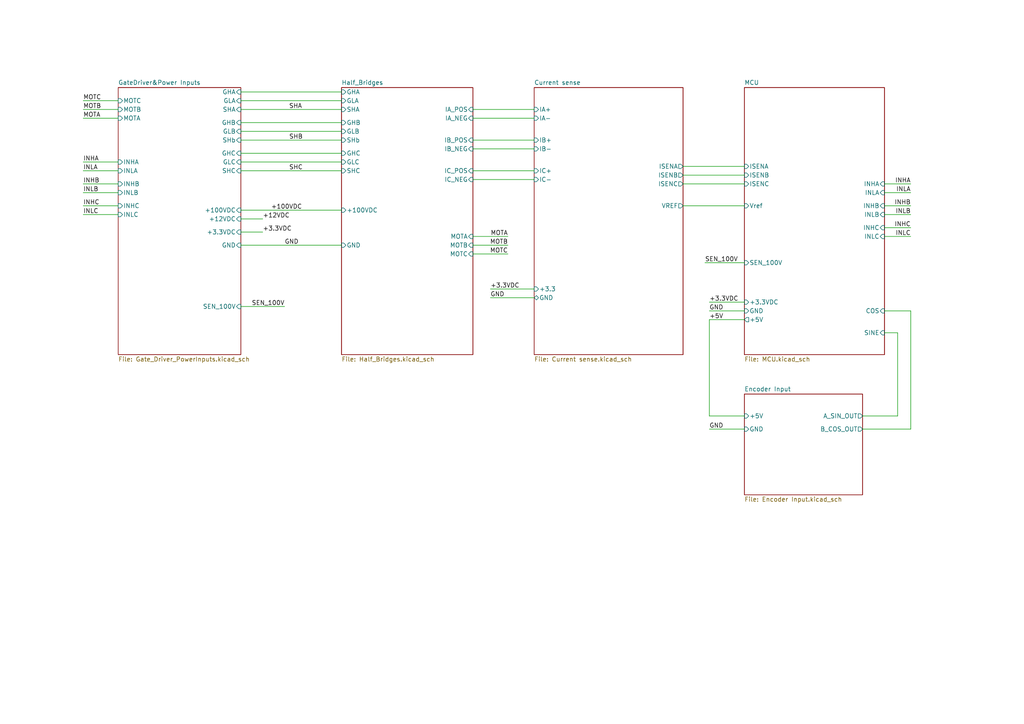
<source format=kicad_sch>
(kicad_sch
	(version 20250114)
	(generator "eeschema")
	(generator_version "9.0")
	(uuid "3e1046b6-e265-4cdd-8404-c358cfc105fe")
	(paper "A4")
	(title_block
		(date "2025-04-19")
		(rev "1")
	)
	(lib_symbols)
	(wire
		(pts
			(xy 24.13 49.53) (xy 34.29 49.53)
		)
		(stroke
			(width 0)
			(type default)
		)
		(uuid "0bb6813a-ef5a-4e9c-a838-3b4729bafff8")
	)
	(wire
		(pts
			(xy 137.16 34.29) (xy 154.94 34.29)
		)
		(stroke
			(width 0)
			(type default)
		)
		(uuid "14409c0d-1da1-442a-a239-5b29c52d79fc")
	)
	(wire
		(pts
			(xy 205.74 120.65) (xy 215.9 120.65)
		)
		(stroke
			(width 0)
			(type default)
		)
		(uuid "1d363c5d-ed17-424f-8d25-ea8ce4ccf227")
	)
	(wire
		(pts
			(xy 76.2 67.31) (xy 69.85 67.31)
		)
		(stroke
			(width 0)
			(type default)
		)
		(uuid "23c9ef9d-f132-4525-9463-744c9f87c575")
	)
	(wire
		(pts
			(xy 205.74 92.71) (xy 205.74 120.65)
		)
		(stroke
			(width 0)
			(type default)
		)
		(uuid "24d1c028-fd74-49cc-bb82-143838135e41")
	)
	(wire
		(pts
			(xy 250.19 124.46) (xy 264.16 124.46)
		)
		(stroke
			(width 0)
			(type default)
		)
		(uuid "2998d84b-34f5-46cb-824f-3fd9cd677adb")
	)
	(wire
		(pts
			(xy 24.13 29.21) (xy 34.29 29.21)
		)
		(stroke
			(width 0)
			(type default)
		)
		(uuid "2cda8b61-ef0b-476b-91e9-06e740713639")
	)
	(wire
		(pts
			(xy 76.2 63.5) (xy 69.85 63.5)
		)
		(stroke
			(width 0)
			(type default)
		)
		(uuid "32e01962-6210-453a-b19b-9a2b467383e9")
	)
	(wire
		(pts
			(xy 69.85 60.96) (xy 99.06 60.96)
		)
		(stroke
			(width 0)
			(type default)
		)
		(uuid "37addac4-1c84-4706-86ee-dd08e8b87141")
	)
	(wire
		(pts
			(xy 69.85 40.64) (xy 99.06 40.64)
		)
		(stroke
			(width 0)
			(type default)
		)
		(uuid "38ef40ff-0e52-4e4d-be1d-e38ef90952f4")
	)
	(wire
		(pts
			(xy 69.85 46.99) (xy 99.06 46.99)
		)
		(stroke
			(width 0)
			(type default)
		)
		(uuid "3c8387a1-85bb-48d6-8fa9-b19178980d7e")
	)
	(wire
		(pts
			(xy 24.13 53.34) (xy 34.29 53.34)
		)
		(stroke
			(width 0)
			(type default)
		)
		(uuid "3d5011dd-3b57-4e3a-931f-54d68d8365db")
	)
	(wire
		(pts
			(xy 215.9 92.71) (xy 205.74 92.71)
		)
		(stroke
			(width 0)
			(type default)
		)
		(uuid "3f225442-b2f8-4573-99d5-eae736e83bcd")
	)
	(wire
		(pts
			(xy 264.16 55.88) (xy 256.54 55.88)
		)
		(stroke
			(width 0)
			(type default)
		)
		(uuid "46c158cd-3bb0-48c7-a03e-05dce5b363e1")
	)
	(wire
		(pts
			(xy 205.74 124.46) (xy 215.9 124.46)
		)
		(stroke
			(width 0)
			(type default)
		)
		(uuid "47bcb596-e0ca-4192-9e86-64c4eec47222")
	)
	(wire
		(pts
			(xy 260.35 96.52) (xy 256.54 96.52)
		)
		(stroke
			(width 0)
			(type default)
		)
		(uuid "517056b9-f73b-48ad-ac48-48f84271f8aa")
	)
	(wire
		(pts
			(xy 137.16 52.07) (xy 154.94 52.07)
		)
		(stroke
			(width 0)
			(type default)
		)
		(uuid "55de407e-442c-47d9-befd-04ff83523eaf")
	)
	(wire
		(pts
			(xy 69.85 35.56) (xy 99.06 35.56)
		)
		(stroke
			(width 0)
			(type default)
		)
		(uuid "57f95698-0288-45b4-8f49-955f037d3073")
	)
	(wire
		(pts
			(xy 264.16 62.23) (xy 256.54 62.23)
		)
		(stroke
			(width 0)
			(type default)
		)
		(uuid "614c3ddf-02cd-456c-9c1c-d9b4a0a4d04f")
	)
	(wire
		(pts
			(xy 82.55 88.9) (xy 69.85 88.9)
		)
		(stroke
			(width 0)
			(type default)
		)
		(uuid "68397ead-5711-4253-b675-09b03ea9e730")
	)
	(wire
		(pts
			(xy 24.13 34.29) (xy 34.29 34.29)
		)
		(stroke
			(width 0)
			(type default)
		)
		(uuid "69df7254-88d4-490a-97fe-11731c3598ff")
	)
	(wire
		(pts
			(xy 24.13 62.23) (xy 34.29 62.23)
		)
		(stroke
			(width 0)
			(type default)
		)
		(uuid "6cdeb102-fae7-43a1-a724-1aaa59b80886")
	)
	(wire
		(pts
			(xy 69.85 26.67) (xy 99.06 26.67)
		)
		(stroke
			(width 0)
			(type default)
		)
		(uuid "6d255231-acc5-48ea-9968-56142c83a7c0")
	)
	(wire
		(pts
			(xy 69.85 31.75) (xy 99.06 31.75)
		)
		(stroke
			(width 0)
			(type default)
		)
		(uuid "6fadf8bb-5eef-42bd-8858-a5be91c01a6f")
	)
	(wire
		(pts
			(xy 256.54 90.17) (xy 264.16 90.17)
		)
		(stroke
			(width 0)
			(type default)
		)
		(uuid "72114586-5204-4c43-b5ed-fa9b1d1f027e")
	)
	(wire
		(pts
			(xy 137.16 49.53) (xy 154.94 49.53)
		)
		(stroke
			(width 0)
			(type default)
		)
		(uuid "78143685-0963-4f9d-b778-acb22a5ac42b")
	)
	(wire
		(pts
			(xy 69.85 49.53) (xy 99.06 49.53)
		)
		(stroke
			(width 0)
			(type default)
		)
		(uuid "785151b9-8a64-409f-b407-a57e61712271")
	)
	(wire
		(pts
			(xy 24.13 31.75) (xy 34.29 31.75)
		)
		(stroke
			(width 0)
			(type default)
		)
		(uuid "78850930-6c65-4420-8f07-59cddb32e1a2")
	)
	(wire
		(pts
			(xy 264.16 59.69) (xy 256.54 59.69)
		)
		(stroke
			(width 0)
			(type default)
		)
		(uuid "79e56349-ba87-47f2-ae5e-2a045e251c11")
	)
	(wire
		(pts
			(xy 137.16 40.64) (xy 154.94 40.64)
		)
		(stroke
			(width 0)
			(type default)
		)
		(uuid "7d7ae595-6ec5-4a0a-9ae5-e9adc179d3a0")
	)
	(wire
		(pts
			(xy 205.74 87.63) (xy 215.9 87.63)
		)
		(stroke
			(width 0)
			(type default)
		)
		(uuid "87715005-ff20-474b-81cf-9cfed17db1e1")
	)
	(wire
		(pts
			(xy 260.35 120.65) (xy 260.35 96.52)
		)
		(stroke
			(width 0)
			(type default)
		)
		(uuid "8788dacb-be67-4ff9-b993-9bc873f64c41")
	)
	(wire
		(pts
			(xy 198.12 53.34) (xy 215.9 53.34)
		)
		(stroke
			(width 0)
			(type default)
		)
		(uuid "87e2ea45-684f-401c-900f-cb525cff54ac")
	)
	(wire
		(pts
			(xy 198.12 59.69) (xy 215.9 59.69)
		)
		(stroke
			(width 0)
			(type default)
		)
		(uuid "951fb531-e14e-4fdf-9f97-3365bc76e843")
	)
	(wire
		(pts
			(xy 264.16 68.58) (xy 256.54 68.58)
		)
		(stroke
			(width 0)
			(type default)
		)
		(uuid "9522f6f4-c6d9-4748-ad92-8b3ff6d4c645")
	)
	(wire
		(pts
			(xy 198.12 50.8) (xy 215.9 50.8)
		)
		(stroke
			(width 0)
			(type default)
		)
		(uuid "975b0518-8ec9-468b-87f5-1ca67bca068e")
	)
	(wire
		(pts
			(xy 69.85 44.45) (xy 99.06 44.45)
		)
		(stroke
			(width 0)
			(type default)
		)
		(uuid "9ef0bc8e-e28e-4f60-bfe7-6ff788b5cbd4")
	)
	(wire
		(pts
			(xy 142.24 83.82) (xy 154.94 83.82)
		)
		(stroke
			(width 0)
			(type default)
		)
		(uuid "a3a1501d-7944-49c5-843c-f8a648d5d4d9")
	)
	(wire
		(pts
			(xy 24.13 46.99) (xy 34.29 46.99)
		)
		(stroke
			(width 0)
			(type default)
		)
		(uuid "a6ccab23-d161-405d-bb98-d3fffee89c6a")
	)
	(wire
		(pts
			(xy 137.16 43.18) (xy 154.94 43.18)
		)
		(stroke
			(width 0)
			(type default)
		)
		(uuid "ae2a31a2-9012-4927-b1af-316b72be4205")
	)
	(wire
		(pts
			(xy 264.16 90.17) (xy 264.16 124.46)
		)
		(stroke
			(width 0)
			(type default)
		)
		(uuid "ae88a0dc-0684-407f-bd44-867b5b4726e2")
	)
	(wire
		(pts
			(xy 250.19 120.65) (xy 260.35 120.65)
		)
		(stroke
			(width 0)
			(type default)
		)
		(uuid "b422a59a-b45d-4327-acda-3d90461f34fb")
	)
	(wire
		(pts
			(xy 69.85 29.21) (xy 99.06 29.21)
		)
		(stroke
			(width 0)
			(type default)
		)
		(uuid "bcc8cd99-7086-4d2d-a54a-f3ddce97c20d")
	)
	(wire
		(pts
			(xy 147.32 73.66) (xy 137.16 73.66)
		)
		(stroke
			(width 0)
			(type default)
		)
		(uuid "c036e8f8-9d4c-4d0d-87bd-bda99d5b5701")
	)
	(wire
		(pts
			(xy 69.85 71.12) (xy 99.06 71.12)
		)
		(stroke
			(width 0)
			(type default)
		)
		(uuid "c9829a5d-1aa2-4d61-93f7-1af7c5e7979c")
	)
	(wire
		(pts
			(xy 142.24 86.36) (xy 154.94 86.36)
		)
		(stroke
			(width 0)
			(type default)
		)
		(uuid "cd8368a3-4444-4e1e-a2f0-55467a099e25")
	)
	(wire
		(pts
			(xy 147.32 71.12) (xy 137.16 71.12)
		)
		(stroke
			(width 0)
			(type default)
		)
		(uuid "cfcb7a2f-957a-4be4-82b6-279b63d81fc2")
	)
	(wire
		(pts
			(xy 147.32 68.58) (xy 137.16 68.58)
		)
		(stroke
			(width 0)
			(type default)
		)
		(uuid "d46114a8-2f44-414e-888d-f70b8500e5f3")
	)
	(wire
		(pts
			(xy 204.47 76.2) (xy 215.9 76.2)
		)
		(stroke
			(width 0)
			(type default)
		)
		(uuid "d6a5b146-0d39-425e-966a-4f440f148870")
	)
	(wire
		(pts
			(xy 198.12 48.26) (xy 215.9 48.26)
		)
		(stroke
			(width 0)
			(type default)
		)
		(uuid "d727cde4-2463-48d0-8173-1c1ae53e6822")
	)
	(wire
		(pts
			(xy 137.16 31.75) (xy 154.94 31.75)
		)
		(stroke
			(width 0)
			(type default)
		)
		(uuid "d7b8c6f8-bff6-4824-b628-0b514e8df6ff")
	)
	(wire
		(pts
			(xy 24.13 55.88) (xy 34.29 55.88)
		)
		(stroke
			(width 0)
			(type default)
		)
		(uuid "e4ac54ca-2a48-4ea5-874b-a5f81615603e")
	)
	(wire
		(pts
			(xy 69.85 38.1) (xy 99.06 38.1)
		)
		(stroke
			(width 0)
			(type default)
		)
		(uuid "f0dcaed2-b9b8-4c10-b182-17db3d11ea80")
	)
	(wire
		(pts
			(xy 264.16 66.04) (xy 256.54 66.04)
		)
		(stroke
			(width 0)
			(type default)
		)
		(uuid "f341b796-f03f-4255-b22b-45d55e5ebadf")
	)
	(wire
		(pts
			(xy 24.13 59.69) (xy 34.29 59.69)
		)
		(stroke
			(width 0)
			(type default)
		)
		(uuid "f790812f-9b38-47a9-80df-43163d8a14de")
	)
	(wire
		(pts
			(xy 205.74 90.17) (xy 215.9 90.17)
		)
		(stroke
			(width 0)
			(type default)
		)
		(uuid "f9f4e13a-e7e7-4a08-a885-9576f6499038")
	)
	(wire
		(pts
			(xy 264.16 53.34) (xy 256.54 53.34)
		)
		(stroke
			(width 0)
			(type default)
		)
		(uuid "fa0b6977-2902-4212-bc7b-b01c0e4c20fd")
	)
	(label "GND"
		(at 205.74 90.17 0)
		(effects
			(font
				(size 1.27 1.27)
			)
			(justify left bottom)
		)
		(uuid "007c6620-3cc8-4364-9dda-1fb8253d54b8")
	)
	(label "MOTA"
		(at 147.32 68.58 180)
		(effects
			(font
				(size 1.27 1.27)
			)
			(justify right bottom)
		)
		(uuid "06f95d71-4d51-480c-86e4-6f1e17ae65a8")
	)
	(label "INHB"
		(at 24.13 53.34 0)
		(effects
			(font
				(size 1.27 1.27)
			)
			(justify left bottom)
		)
		(uuid "07b56982-c0fc-4b48-b791-bd819cfbbfb2")
	)
	(label "MOTB"
		(at 147.32 71.12 180)
		(effects
			(font
				(size 1.27 1.27)
			)
			(justify right bottom)
		)
		(uuid "1b3574fe-8f44-4696-a71d-e6b55d7cd4b5")
	)
	(label "INLA"
		(at 24.13 49.53 0)
		(effects
			(font
				(size 1.27 1.27)
			)
			(justify left bottom)
		)
		(uuid "26898649-e1db-4896-ae45-655572342a8f")
	)
	(label "INLA"
		(at 264.16 55.88 180)
		(effects
			(font
				(size 1.27 1.27)
			)
			(justify right bottom)
		)
		(uuid "34955b5c-dada-438c-acd6-fa1080024ace")
	)
	(label "MOTB"
		(at 24.13 31.75 0)
		(effects
			(font
				(size 1.27 1.27)
			)
			(justify left bottom)
		)
		(uuid "3783ec5b-4f14-4a91-9f1f-4fdac0794ca4")
	)
	(label "+100VDC"
		(at 87.63 60.96 180)
		(effects
			(font
				(size 1.27 1.27)
			)
			(justify right bottom)
		)
		(uuid "437ef943-8b9a-452e-a0cc-b22d9f7d0607")
	)
	(label "SEN_100V"
		(at 204.47 76.2 0)
		(effects
			(font
				(size 1.27 1.27)
			)
			(justify left bottom)
		)
		(uuid "46d3f797-23d5-4b51-bde4-9e398c9e75b0")
	)
	(label "SHC"
		(at 83.82 49.53 0)
		(effects
			(font
				(size 1.27 1.27)
			)
			(justify left bottom)
		)
		(uuid "4888a0e1-1461-4050-a2df-7882351ffd33")
	)
	(label "GND"
		(at 142.24 86.36 0)
		(effects
			(font
				(size 1.27 1.27)
			)
			(justify left bottom)
		)
		(uuid "51b8c7fa-7f6a-4c3d-9778-1045c54e6c89")
	)
	(label "+3.3VDC"
		(at 142.24 83.82 0)
		(effects
			(font
				(size 1.27 1.27)
			)
			(justify left bottom)
		)
		(uuid "51c3419a-c811-459e-a3e2-065f130d6543")
	)
	(label "+5V"
		(at 205.74 92.71 0)
		(effects
			(font
				(size 1.27 1.27)
			)
			(justify left bottom)
		)
		(uuid "5c46af79-193d-4742-a3cc-5d4fdf070d4f")
	)
	(label "SHB"
		(at 83.82 40.64 0)
		(effects
			(font
				(size 1.27 1.27)
			)
			(justify left bottom)
		)
		(uuid "5d9edee7-cfdb-46fb-ae07-1e1ab418cbb3")
	)
	(label "MOTA"
		(at 24.13 34.29 0)
		(effects
			(font
				(size 1.27 1.27)
			)
			(justify left bottom)
		)
		(uuid "65043e3e-c1c2-4ea3-940f-aca8723baf22")
	)
	(label "SHA"
		(at 87.63 31.75 180)
		(effects
			(font
				(size 1.27 1.27)
			)
			(justify right bottom)
		)
		(uuid "69588273-ef52-4ee6-ad30-1608b8f774cd")
	)
	(label "+3.3VDC"
		(at 205.74 87.63 0)
		(effects
			(font
				(size 1.27 1.27)
			)
			(justify left bottom)
		)
		(uuid "6dae1ac5-696d-483e-a740-72f55bc173cb")
	)
	(label "INHA"
		(at 24.13 46.99 0)
		(effects
			(font
				(size 1.27 1.27)
			)
			(justify left bottom)
		)
		(uuid "73d75eb8-5b8a-484a-8ff4-4bfa0c89536e")
	)
	(label "GND"
		(at 82.55 71.12 0)
		(effects
			(font
				(size 1.27 1.27)
			)
			(justify left bottom)
		)
		(uuid "75b95d07-a291-469d-a693-4d30de4da4d5")
	)
	(label "+3.3VDC"
		(at 76.2 67.31 0)
		(effects
			(font
				(size 1.27 1.27)
			)
			(justify left bottom)
		)
		(uuid "7a51b4a2-03f8-447b-b059-e02af718bcea")
	)
	(label "+12VDC"
		(at 76.2 63.5 0)
		(effects
			(font
				(size 1.27 1.27)
			)
			(justify left bottom)
		)
		(uuid "88933d16-af2b-41b0-86e3-7ac982cc6804")
	)
	(label "MOTC"
		(at 24.13 29.21 0)
		(effects
			(font
				(size 1.27 1.27)
			)
			(justify left bottom)
		)
		(uuid "8b1dcc58-d41a-45d0-a869-893f876c40ec")
	)
	(label "MOTC"
		(at 147.32 73.66 180)
		(effects
			(font
				(size 1.27 1.27)
			)
			(justify right bottom)
		)
		(uuid "8fda1b27-c211-4e79-98ee-2f07239615dd")
	)
	(label "GND"
		(at 205.74 124.46 0)
		(effects
			(font
				(size 1.27 1.27)
			)
			(justify left bottom)
		)
		(uuid "985a7f9e-bd1a-4c21-a8ee-be719ea4bb71")
	)
	(label "INLC"
		(at 264.16 68.58 180)
		(effects
			(font
				(size 1.27 1.27)
			)
			(justify right bottom)
		)
		(uuid "9869ff46-4a6f-4a22-85bc-057344d97cc9")
	)
	(label "SEN_100V"
		(at 82.55 88.9 180)
		(effects
			(font
				(size 1.27 1.27)
			)
			(justify right bottom)
		)
		(uuid "9be92621-2fda-4594-acb8-790a1f490816")
	)
	(label "INHC"
		(at 24.13 59.69 0)
		(effects
			(font
				(size 1.27 1.27)
			)
			(justify left bottom)
		)
		(uuid "af8ccd77-4cb7-4263-8e90-dcf357f7ba51")
	)
	(label "INHC"
		(at 264.16 66.04 180)
		(effects
			(font
				(size 1.27 1.27)
			)
			(justify right bottom)
		)
		(uuid "d5212538-0014-4ddd-9ea5-0d2f92f83732")
	)
	(label "INLC"
		(at 24.13 62.23 0)
		(effects
			(font
				(size 1.27 1.27)
			)
			(justify left bottom)
		)
		(uuid "dcd82ff9-ba02-4017-bcf9-5391849a46fa")
	)
	(label "INHA"
		(at 264.16 53.34 180)
		(effects
			(font
				(size 1.27 1.27)
			)
			(justify right bottom)
		)
		(uuid "df82fe0e-1bb7-4685-acf6-18874e158a9e")
	)
	(label "INHB"
		(at 264.16 59.69 180)
		(effects
			(font
				(size 1.27 1.27)
			)
			(justify right bottom)
		)
		(uuid "f340a225-6f5e-44ad-8c57-c1c092dc501c")
	)
	(label "INLB"
		(at 264.16 62.23 180)
		(effects
			(font
				(size 1.27 1.27)
			)
			(justify right bottom)
		)
		(uuid "f761ba14-0adf-4bdd-ba58-6f772cca7698")
	)
	(label "INLB"
		(at 24.13 55.88 0)
		(effects
			(font
				(size 1.27 1.27)
			)
			(justify left bottom)
		)
		(uuid "fa67cf8f-90c9-4dbb-b9b9-e9b913206f96")
	)
	(sheet
		(at 34.29 25.4)
		(size 35.56 77.47)
		(exclude_from_sim no)
		(in_bom yes)
		(on_board yes)
		(dnp no)
		(fields_autoplaced yes)
		(stroke
			(width 0.1524)
			(type solid)
		)
		(fill
			(color 0 0 0 0.0000)
		)
		(uuid "03e2b942-8425-43a4-a33a-3293cc4215cb")
		(property "Sheetname" "GateDriver&Power Inputs"
			(at 34.29 24.6884 0)
			(effects
				(font
					(size 1.27 1.27)
				)
				(justify left bottom)
			)
		)
		(property "Sheetfile" "Gate_Driver_PowerInputs.kicad_sch"
			(at 34.29 103.4546 0)
			(effects
				(font
					(size 1.27 1.27)
				)
				(justify left top)
			)
		)
		(pin "MOTC" input
			(at 34.29 29.21 180)
			(uuid "36d9e6db-f770-4763-9098-3a1c7139de1f")
			(effects
				(font
					(size 1.27 1.27)
				)
				(justify left)
			)
		)
		(pin "MOTB" input
			(at 34.29 31.75 180)
			(uuid "b4a39533-c5fb-431c-9f5b-8d8ae0692254")
			(effects
				(font
					(size 1.27 1.27)
				)
				(justify left)
			)
		)
		(pin "+100VDC" input
			(at 69.85 60.96 0)
			(uuid "613f963f-17d7-4897-81b7-0c32f47af66e")
			(effects
				(font
					(size 1.27 1.27)
				)
				(justify right)
			)
		)
		(pin "MOTA" input
			(at 34.29 34.29 180)
			(uuid "d9740e95-4b2a-4c19-931c-16f85843ad95")
			(effects
				(font
					(size 1.27 1.27)
				)
				(justify left)
			)
		)
		(pin "GLA" input
			(at 69.85 29.21 0)
			(uuid "c7333463-a745-49dc-a018-4a6574953e79")
			(effects
				(font
					(size 1.27 1.27)
				)
				(justify right)
			)
		)
		(pin "SHA" input
			(at 69.85 31.75 0)
			(uuid "c48e311c-9875-4ed6-a859-4e560d02a3a3")
			(effects
				(font
					(size 1.27 1.27)
				)
				(justify right)
			)
		)
		(pin "GHA" input
			(at 69.85 26.67 0)
			(uuid "2fd337ec-f4ea-4f9c-8534-a8654454a7f8")
			(effects
				(font
					(size 1.27 1.27)
				)
				(justify right)
			)
		)
		(pin "SHb" input
			(at 69.85 40.64 0)
			(uuid "4959addb-5b71-4292-a426-5296e70f9b03")
			(effects
				(font
					(size 1.27 1.27)
				)
				(justify right)
			)
		)
		(pin "SHC" input
			(at 69.85 49.53 0)
			(uuid "b2082b14-2dca-419e-9d55-4d532aed2cae")
			(effects
				(font
					(size 1.27 1.27)
				)
				(justify right)
			)
		)
		(pin "GHC" input
			(at 69.85 44.45 0)
			(uuid "96d5900b-e28d-4922-a763-e85843f802d4")
			(effects
				(font
					(size 1.27 1.27)
				)
				(justify right)
			)
		)
		(pin "GHB" input
			(at 69.85 35.56 0)
			(uuid "51b82590-ae31-480c-9584-8111a15d189d")
			(effects
				(font
					(size 1.27 1.27)
				)
				(justify right)
			)
		)
		(pin "GLB" input
			(at 69.85 38.1 0)
			(uuid "17ffa565-c4e0-4206-969d-51a3533f68e1")
			(effects
				(font
					(size 1.27 1.27)
				)
				(justify right)
			)
		)
		(pin "GLC" input
			(at 69.85 46.99 0)
			(uuid "0049d129-345c-437b-b4b6-91dd5c14cf97")
			(effects
				(font
					(size 1.27 1.27)
				)
				(justify right)
			)
		)
		(pin "GND" input
			(at 69.85 71.12 0)
			(uuid "6522412d-c973-4f71-ba24-31ff5a0b1fe9")
			(effects
				(font
					(size 1.27 1.27)
				)
				(justify right)
			)
		)
		(pin "INLC" input
			(at 34.29 62.23 180)
			(uuid "1dd64938-f439-49c3-b42b-ff1510c46c80")
			(effects
				(font
					(size 1.27 1.27)
				)
				(justify left)
			)
		)
		(pin "INLB" input
			(at 34.29 55.88 180)
			(uuid "078e69a6-1a48-4104-a5d7-542aff8264f2")
			(effects
				(font
					(size 1.27 1.27)
				)
				(justify left)
			)
		)
		(pin "INLA" input
			(at 34.29 49.53 180)
			(uuid "5a5bcc94-7b5e-439a-bc55-41fb88606562")
			(effects
				(font
					(size 1.27 1.27)
				)
				(justify left)
			)
		)
		(pin "INHC" input
			(at 34.29 59.69 180)
			(uuid "841a3c04-14f8-481c-be0f-0a863bef1aec")
			(effects
				(font
					(size 1.27 1.27)
				)
				(justify left)
			)
		)
		(pin "+12VDC" input
			(at 69.85 63.5 0)
			(uuid "e1f5c182-885f-4d20-9b7a-49e48db23270")
			(effects
				(font
					(size 1.27 1.27)
				)
				(justify right)
			)
		)
		(pin "+3.3VDC" input
			(at 69.85 67.31 0)
			(uuid "f55fbe5c-e7b0-4a65-b13b-be33c329961a")
			(effects
				(font
					(size 1.27 1.27)
				)
				(justify right)
			)
		)
		(pin "SEN_100V" input
			(at 69.85 88.9 0)
			(uuid "3ad2a47a-55b0-49be-b6b0-5783395fe753")
			(effects
				(font
					(size 1.27 1.27)
				)
				(justify right)
			)
		)
		(pin "INHA" input
			(at 34.29 46.99 180)
			(uuid "eb4e04a2-f021-44e4-a8c7-2089370deebd")
			(effects
				(font
					(size 1.27 1.27)
				)
				(justify left)
			)
		)
		(pin "INHB" input
			(at 34.29 53.34 180)
			(uuid "4629bd5d-70cc-4d0c-b698-d74c7bf7aab3")
			(effects
				(font
					(size 1.27 1.27)
				)
				(justify left)
			)
		)
		(instances
			(project "Custom Inverter PCB"
				(path "/3e1046b6-e265-4cdd-8404-c358cfc105fe"
					(page "2")
				)
			)
		)
	)
	(sheet
		(at 215.9 25.4)
		(size 40.64 77.47)
		(exclude_from_sim no)
		(in_bom yes)
		(on_board yes)
		(dnp no)
		(fields_autoplaced yes)
		(stroke
			(width 0.1524)
			(type solid)
		)
		(fill
			(color 0 0 0 0.0000)
		)
		(uuid "0b285de8-9ee2-45ab-8a02-21d3047a383b")
		(property "Sheetname" "MCU"
			(at 215.9 24.6884 0)
			(effects
				(font
					(size 1.27 1.27)
				)
				(justify left bottom)
			)
		)
		(property "Sheetfile" "MCU.kicad_sch"
			(at 215.9 103.4546 0)
			(effects
				(font
					(size 1.27 1.27)
				)
				(justify left top)
			)
		)
		(pin "INLB" input
			(at 256.54 62.23 0)
			(uuid "623ad624-315c-4e4a-b6e5-bc1716c0a3cb")
			(effects
				(font
					(size 1.27 1.27)
				)
				(justify right)
			)
		)
		(pin "INLC" input
			(at 256.54 68.58 0)
			(uuid "79e5c956-5f1c-4af5-a935-b20b86930e72")
			(effects
				(font
					(size 1.27 1.27)
				)
				(justify right)
			)
		)
		(pin "ISENC" input
			(at 215.9 53.34 180)
			(uuid "e11552ee-9d80-4c24-97e6-21b27cee1127")
			(effects
				(font
					(size 1.27 1.27)
				)
				(justify left)
			)
		)
		(pin "ISENB" input
			(at 215.9 50.8 180)
			(uuid "2472a1eb-b6be-4337-9abf-2c6bca803732")
			(effects
				(font
					(size 1.27 1.27)
				)
				(justify left)
			)
		)
		(pin "ISENA" input
			(at 215.9 48.26 180)
			(uuid "e42b6ab1-88f0-47f6-8937-2b70a6509252")
			(effects
				(font
					(size 1.27 1.27)
				)
				(justify left)
			)
		)
		(pin "SEN_100V" input
			(at 215.9 76.2 180)
			(uuid "7535a667-4e87-48a8-bdbe-85a689855a21")
			(effects
				(font
					(size 1.27 1.27)
				)
				(justify left)
			)
		)
		(pin "+3.3VDC" input
			(at 215.9 87.63 180)
			(uuid "aa613454-438b-46f0-a428-fbf5c7391a70")
			(effects
				(font
					(size 1.27 1.27)
				)
				(justify left)
			)
		)
		(pin "GND" input
			(at 215.9 90.17 180)
			(uuid "38a83c41-a66a-423b-ab78-876f6273a6c2")
			(effects
				(font
					(size 1.27 1.27)
				)
				(justify left)
			)
		)
		(pin "INHA" input
			(at 256.54 53.34 0)
			(uuid "260b650d-6f3c-4684-8014-13e778d89575")
			(effects
				(font
					(size 1.27 1.27)
				)
				(justify right)
			)
		)
		(pin "INHB" input
			(at 256.54 59.69 0)
			(uuid "e0fa59a5-eeeb-4432-81ac-0de314cd222e")
			(effects
				(font
					(size 1.27 1.27)
				)
				(justify right)
			)
		)
		(pin "INHC" input
			(at 256.54 66.04 0)
			(uuid "16f86507-7dc1-49f0-a9ef-2c56197e1d9b")
			(effects
				(font
					(size 1.27 1.27)
				)
				(justify right)
			)
		)
		(pin "INLA" input
			(at 256.54 55.88 0)
			(uuid "5ccee9a9-922e-4d4c-963f-156dca2ddd4d")
			(effects
				(font
					(size 1.27 1.27)
				)
				(justify right)
			)
		)
		(pin "Vref" input
			(at 215.9 59.69 180)
			(uuid "1ca9f20c-96ff-4fbb-b2f4-b76a87f80edd")
			(effects
				(font
					(size 1.27 1.27)
				)
				(justify left)
			)
		)
		(pin "+5V" output
			(at 215.9 92.71 180)
			(uuid "dc55b8ea-7825-4507-8a94-933407af6837")
			(effects
				(font
					(size 1.27 1.27)
				)
				(justify left)
			)
		)
		(pin "COS" input
			(at 256.54 90.17 0)
			(uuid "b80e40d2-2664-4081-b65f-754c86fca74f")
			(effects
				(font
					(size 1.27 1.27)
				)
				(justify right)
			)
		)
		(pin "SINE" input
			(at 256.54 96.52 0)
			(uuid "374fc3e4-53cf-422e-91aa-53b27f591a62")
			(effects
				(font
					(size 1.27 1.27)
				)
				(justify right)
			)
		)
		(instances
			(project "Custom Inverter PCB"
				(path "/3e1046b6-e265-4cdd-8404-c358cfc105fe"
					(page "3")
				)
			)
		)
	)
	(sheet
		(at 215.9 114.3)
		(size 34.29 29.21)
		(exclude_from_sim no)
		(in_bom yes)
		(on_board yes)
		(dnp no)
		(fields_autoplaced yes)
		(stroke
			(width 0.1524)
			(type solid)
		)
		(fill
			(color 0 0 0 0.0000)
		)
		(uuid "b97c4033-3e4d-4eed-9d6e-e3e54b51d869")
		(property "Sheetname" "Encoder Input"
			(at 215.9 113.5884 0)
			(effects
				(font
					(size 1.27 1.27)
				)
				(justify left bottom)
			)
		)
		(property "Sheetfile" "Encoder Input.kicad_sch"
			(at 215.9 144.0946 0)
			(effects
				(font
					(size 1.27 1.27)
				)
				(justify left top)
			)
		)
		(pin "+5V" input
			(at 215.9 120.65 180)
			(uuid "f8e7300e-0de7-4ed5-8a6e-6c5b4020ac30")
			(effects
				(font
					(size 1.27 1.27)
				)
				(justify left)
			)
		)
		(pin "A_SIN_OUT" output
			(at 250.19 120.65 0)
			(uuid "4c54cc81-0e01-4ebe-8ff5-e02781f8f59d")
			(effects
				(font
					(size 1.27 1.27)
				)
				(justify right)
			)
		)
		(pin "B_COS_OUT" output
			(at 250.19 124.46 0)
			(uuid "da5f57c1-74c7-423c-8322-0eadf2084620")
			(effects
				(font
					(size 1.27 1.27)
				)
				(justify right)
			)
		)
		(pin "GND" input
			(at 215.9 124.46 180)
			(uuid "e53c84ba-b28e-4445-86f1-d30a6b714ad2")
			(effects
				(font
					(size 1.27 1.27)
				)
				(justify left)
			)
		)
		(instances
			(project "Custom Inverter PCB"
				(path "/3e1046b6-e265-4cdd-8404-c358cfc105fe"
					(page "6")
				)
			)
		)
	)
	(sheet
		(at 99.06 25.4)
		(size 38.1 77.47)
		(exclude_from_sim no)
		(in_bom yes)
		(on_board yes)
		(dnp no)
		(fields_autoplaced yes)
		(stroke
			(width 0.1524)
			(type solid)
		)
		(fill
			(color 0 0 0 0.0000)
		)
		(uuid "dd00afae-8344-4250-8f9c-c68c6680e783")
		(property "Sheetname" "Half_Bridges"
			(at 99.06 24.6884 0)
			(effects
				(font
					(size 1.27 1.27)
				)
				(justify left bottom)
			)
		)
		(property "Sheetfile" "Half_Bridges.kicad_sch"
			(at 99.06 103.4546 0)
			(effects
				(font
					(size 1.27 1.27)
				)
				(justify left top)
			)
		)
		(pin "MOTB" input
			(at 137.16 71.12 0)
			(uuid "f0e4d035-2b53-4605-b59f-9c52f7ab0b87")
			(effects
				(font
					(size 1.27 1.27)
				)
				(justify right)
			)
		)
		(pin "GND" input
			(at 99.06 71.12 180)
			(uuid "a1e028cf-b981-4828-a4dc-4b68d0649eaf")
			(effects
				(font
					(size 1.27 1.27)
				)
				(justify left)
			)
		)
		(pin "MOTA" input
			(at 137.16 68.58 0)
			(uuid "350e5ae6-0dfd-4dc6-aa5f-05bbe0528b52")
			(effects
				(font
					(size 1.27 1.27)
				)
				(justify right)
			)
		)
		(pin "MOTC" input
			(at 137.16 73.66 0)
			(uuid "79ae28a7-178d-4fd2-a14b-1a14126c1f55")
			(effects
				(font
					(size 1.27 1.27)
				)
				(justify right)
			)
		)
		(pin "+100VDC" input
			(at 99.06 60.96 180)
			(uuid "c80243b2-1510-4b11-9238-12bdd681dda9")
			(effects
				(font
					(size 1.27 1.27)
				)
				(justify left)
			)
		)
		(pin "GHA" input
			(at 99.06 26.67 180)
			(uuid "2cf71a4e-652e-48f5-8acd-e211e462c545")
			(effects
				(font
					(size 1.27 1.27)
				)
				(justify left)
			)
		)
		(pin "SHA" input
			(at 99.06 31.75 180)
			(uuid "254ae0d5-8d8d-4117-91e0-1a6eede29100")
			(effects
				(font
					(size 1.27 1.27)
				)
				(justify left)
			)
		)
		(pin "GHB" input
			(at 99.06 35.56 180)
			(uuid "a014e2cb-d207-4afd-87e2-cd6dec480054")
			(effects
				(font
					(size 1.27 1.27)
				)
				(justify left)
			)
		)
		(pin "SHb" input
			(at 99.06 40.64 180)
			(uuid "2f04221e-0a5d-4c5b-9da1-df2420c26f7b")
			(effects
				(font
					(size 1.27 1.27)
				)
				(justify left)
			)
		)
		(pin "GLA" input
			(at 99.06 29.21 180)
			(uuid "95589d40-d8e1-47a0-884a-d4b3652cbc06")
			(effects
				(font
					(size 1.27 1.27)
				)
				(justify left)
			)
		)
		(pin "GHC" input
			(at 99.06 44.45 180)
			(uuid "835e8b9e-67f5-4bd8-b03d-8e828ff59748")
			(effects
				(font
					(size 1.27 1.27)
				)
				(justify left)
			)
		)
		(pin "GLC" input
			(at 99.06 46.99 180)
			(uuid "45612007-a09f-4405-9b21-a58f2c7f96db")
			(effects
				(font
					(size 1.27 1.27)
				)
				(justify left)
			)
		)
		(pin "GLB" input
			(at 99.06 38.1 180)
			(uuid "b7e22100-4570-4d41-aa0a-8dc4b42406b4")
			(effects
				(font
					(size 1.27 1.27)
				)
				(justify left)
			)
		)
		(pin "SHC" input
			(at 99.06 49.53 180)
			(uuid "125c789e-66ab-45dc-85e3-bedabf6e3fda")
			(effects
				(font
					(size 1.27 1.27)
				)
				(justify left)
			)
		)
		(pin "IC_POS" input
			(at 137.16 49.53 0)
			(uuid "49d56c88-e253-43d5-ae1d-d26462c19e3d")
			(effects
				(font
					(size 1.27 1.27)
				)
				(justify right)
			)
		)
		(pin "IC_NEG" input
			(at 137.16 52.07 0)
			(uuid "8feb8dd4-8efc-4552-be9a-89f163c86af3")
			(effects
				(font
					(size 1.27 1.27)
				)
				(justify right)
			)
		)
		(pin "IB_NEG" input
			(at 137.16 43.18 0)
			(uuid "ee2ef192-8bca-497e-9a09-5a5aa8d1c6c5")
			(effects
				(font
					(size 1.27 1.27)
				)
				(justify right)
			)
		)
		(pin "IA_POS" input
			(at 137.16 31.75 0)
			(uuid "cf452b81-c003-4049-bf01-24cd52028991")
			(effects
				(font
					(size 1.27 1.27)
				)
				(justify right)
			)
		)
		(pin "IB_POS" input
			(at 137.16 40.64 0)
			(uuid "56ceb247-7a88-44ab-8570-8b272e1607cd")
			(effects
				(font
					(size 1.27 1.27)
				)
				(justify right)
			)
		)
		(pin "IA_NEG" input
			(at 137.16 34.29 0)
			(uuid "96aa98d8-1080-45d6-a95d-ad3ee61b5edd")
			(effects
				(font
					(size 1.27 1.27)
				)
				(justify right)
			)
		)
		(instances
			(project "Custom Inverter PCB"
				(path "/3e1046b6-e265-4cdd-8404-c358cfc105fe"
					(page "4")
				)
			)
		)
	)
	(sheet
		(at 154.94 25.4)
		(size 43.18 77.47)
		(exclude_from_sim no)
		(in_bom yes)
		(on_board yes)
		(dnp no)
		(fields_autoplaced yes)
		(stroke
			(width 0.1524)
			(type solid)
		)
		(fill
			(color 0 0 0 0.0000)
		)
		(uuid "e039760a-c2fc-41b5-a14f-4a36fa20d96b")
		(property "Sheetname" "Current sense"
			(at 154.94 24.6884 0)
			(effects
				(font
					(size 1.27 1.27)
				)
				(justify left bottom)
			)
		)
		(property "Sheetfile" "Current sense.kicad_sch"
			(at 154.94 103.4546 0)
			(effects
				(font
					(size 1.27 1.27)
				)
				(justify left top)
			)
		)
		(pin "+3.3" input
			(at 154.94 83.82 180)
			(uuid "29090f12-e14d-4494-a33d-803e15bae251")
			(effects
				(font
					(size 1.27 1.27)
				)
				(justify left)
			)
		)
		(pin "IB+" input
			(at 154.94 40.64 180)
			(uuid "a7953202-ffe4-4554-b723-b45e1241876d")
			(effects
				(font
					(size 1.27 1.27)
				)
				(justify left)
			)
		)
		(pin "ISENB" output
			(at 198.12 50.8 0)
			(uuid "b25dea87-6940-458d-95bb-eedd1de106b3")
			(effects
				(font
					(size 1.27 1.27)
				)
				(justify right)
			)
		)
		(pin "IC-" input
			(at 154.94 52.07 180)
			(uuid "3a0a62d7-9626-449a-8bcf-b44f118a44c6")
			(effects
				(font
					(size 1.27 1.27)
				)
				(justify left)
			)
		)
		(pin "ISENA" output
			(at 198.12 48.26 0)
			(uuid "f2a1b374-c6f7-49f0-beb4-913524510146")
			(effects
				(font
					(size 1.27 1.27)
				)
				(justify right)
			)
		)
		(pin "GND" bidirectional
			(at 154.94 86.36 180)
			(uuid "1a72eaf1-fcf5-41bb-94a1-5df01a6fa834")
			(effects
				(font
					(size 1.27 1.27)
				)
				(justify left)
			)
		)
		(pin "IA+" input
			(at 154.94 31.75 180)
			(uuid "99300fa0-979d-4348-a759-5531ad9f3b8f")
			(effects
				(font
					(size 1.27 1.27)
				)
				(justify left)
			)
		)
		(pin "IA-" input
			(at 154.94 34.29 180)
			(uuid "f1c0f8d2-257e-40ac-9337-ef3ed2b6d047")
			(effects
				(font
					(size 1.27 1.27)
				)
				(justify left)
			)
		)
		(pin "IC+" input
			(at 154.94 49.53 180)
			(uuid "5cbf3844-5ee1-4c20-adc7-6c07b888abb2")
			(effects
				(font
					(size 1.27 1.27)
				)
				(justify left)
			)
		)
		(pin "ISENC" output
			(at 198.12 53.34 0)
			(uuid "90ac659f-bee1-44ea-85e9-29e65f227a0b")
			(effects
				(font
					(size 1.27 1.27)
				)
				(justify right)
			)
		)
		(pin "IB-" input
			(at 154.94 43.18 180)
			(uuid "4dc01be0-fdc5-4e92-af81-bd6fc03d1c5c")
			(effects
				(font
					(size 1.27 1.27)
				)
				(justify left)
			)
		)
		(pin "VREF" output
			(at 198.12 59.69 0)
			(uuid "cc4cf3db-5ca5-425b-a868-31df83d13c57")
			(effects
				(font
					(size 1.27 1.27)
				)
				(justify right)
			)
		)
		(instances
			(project "Custom Inverter PCB"
				(path "/3e1046b6-e265-4cdd-8404-c358cfc105fe"
					(page "5")
				)
			)
		)
	)
	(sheet_instances
		(path "/"
			(page "1")
		)
	)
	(embedded_fonts no)
)

</source>
